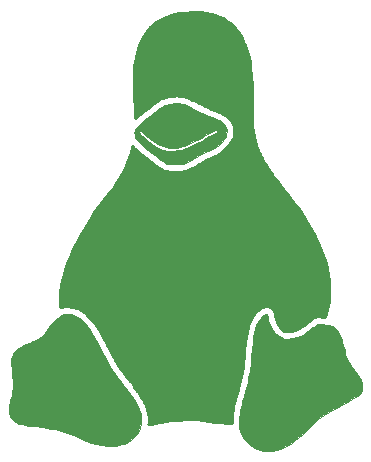
<source format=gbr>
G04 #@! TF.GenerationSoftware,KiCad,Pcbnew,(5.1.5)-3*
G04 #@! TF.CreationDate,2020-04-16T17:00:03+04:00*
G04 #@! TF.ProjectId,drawing,64726177-696e-4672-9e6b-696361645f70,rev?*
G04 #@! TF.SameCoordinates,Original*
G04 #@! TF.FileFunction,Copper,L1,Top*
G04 #@! TF.FilePolarity,Positive*
%FSLAX46Y46*%
G04 Gerber Fmt 4.6, Leading zero omitted, Abs format (unit mm)*
G04 Created by KiCad (PCBNEW (5.1.5)-3) date 2020-04-16 17:00:03*
%MOMM*%
%LPD*%
G04 APERTURE LIST*
%ADD10C,0.010000*%
%ADD11C,0.254000*%
G04 APERTURE END LIST*
D10*
G36*
X108389521Y-75471494D02*
G01*
X108483400Y-75489850D01*
X108721925Y-75548861D01*
X108949325Y-75624312D01*
X109186479Y-75724887D01*
X109454262Y-75859274D01*
X109711067Y-76000636D01*
X109939846Y-76122041D01*
X110215790Y-76256244D01*
X110506190Y-76387959D01*
X110778338Y-76501901D01*
X110811734Y-76515024D01*
X111170078Y-76657373D01*
X111458023Y-76779385D01*
X111685625Y-76887091D01*
X111862941Y-76986518D01*
X112000027Y-77083698D01*
X112106941Y-77184660D01*
X112193738Y-77295433D01*
X112242581Y-77372908D01*
X112314280Y-77517466D01*
X112347613Y-77659285D01*
X112353920Y-77824046D01*
X112329203Y-78056200D01*
X112255291Y-78272493D01*
X112123997Y-78488814D01*
X111927132Y-78721053D01*
X111851765Y-78798507D01*
X111666568Y-78974557D01*
X111491252Y-79116306D01*
X111304061Y-79237530D01*
X111083237Y-79352003D01*
X110807023Y-79473499D01*
X110745436Y-79498944D01*
X110536949Y-79592946D01*
X110293343Y-79715798D01*
X110049829Y-79849210D01*
X109899150Y-79938549D01*
X109513159Y-80168876D01*
X109183773Y-80347113D01*
X108903807Y-80476835D01*
X108666070Y-80561618D01*
X108622649Y-80573578D01*
X108409425Y-80611939D01*
X108153733Y-80631996D01*
X107883234Y-80634031D01*
X107625586Y-80618321D01*
X107408448Y-80585148D01*
X107318681Y-80560386D01*
X107122999Y-80482191D01*
X106933845Y-80381735D01*
X106734032Y-80247885D01*
X106506374Y-80069508D01*
X106330782Y-79920476D01*
X106129728Y-79752425D01*
X105903737Y-79573566D01*
X105685464Y-79409323D01*
X105558955Y-79319540D01*
X105249680Y-79085830D01*
X104984440Y-78841283D01*
X104775330Y-78598338D01*
X104634450Y-78369438D01*
X104633864Y-78368194D01*
X104566163Y-78151693D01*
X104549176Y-77918730D01*
X104554578Y-77882249D01*
X104969734Y-77882249D01*
X104980003Y-77946048D01*
X105017606Y-78016143D01*
X105092729Y-78105008D01*
X105215562Y-78225119D01*
X105349263Y-78346921D01*
X105725343Y-78669421D01*
X106066249Y-78928832D01*
X106383786Y-79132507D01*
X106689758Y-79287794D01*
X106995969Y-79402043D01*
X107086400Y-79428521D01*
X107317559Y-79469766D01*
X107603312Y-79486596D01*
X107917564Y-79480240D01*
X108234222Y-79451929D01*
X108527188Y-79402892D01*
X108721191Y-79351464D01*
X108942084Y-79270415D01*
X109196793Y-79159419D01*
X109492677Y-79014741D01*
X109837094Y-78832644D01*
X110237404Y-78609391D01*
X110636452Y-78379018D01*
X110862163Y-78249401D01*
X111070522Y-78134036D01*
X111247623Y-78040290D01*
X111379555Y-77975532D01*
X111451369Y-77947349D01*
X111540926Y-77911734D01*
X111571913Y-77839599D01*
X111573734Y-77796837D01*
X111557605Y-77702808D01*
X111503251Y-77673285D01*
X111499650Y-77673234D01*
X111398731Y-77696907D01*
X111232855Y-77766274D01*
X111006754Y-77878949D01*
X110725160Y-78032544D01*
X110392806Y-78224672D01*
X110316212Y-78270165D01*
X109834710Y-78548130D01*
X109407657Y-78773771D01*
X109025846Y-78950585D01*
X108680068Y-79082069D01*
X108361115Y-79171723D01*
X108059781Y-79223045D01*
X107766856Y-79239533D01*
X107764655Y-79239534D01*
X107472723Y-79227077D01*
X107199908Y-79186242D01*
X106935901Y-79111830D01*
X106670393Y-78998640D01*
X106393074Y-78841475D01*
X106093636Y-78635135D01*
X105761767Y-78374420D01*
X105387161Y-78054133D01*
X105351272Y-78022450D01*
X105217207Y-77907483D01*
X105104720Y-77817749D01*
X105029949Y-77765795D01*
X105010980Y-77757867D01*
X104981786Y-77794597D01*
X104969734Y-77882249D01*
X104554578Y-77882249D01*
X104581864Y-77698005D01*
X104663192Y-77518215D01*
X104664640Y-77516170D01*
X104727746Y-77447937D01*
X104845457Y-77339267D01*
X105005109Y-77201138D01*
X105194039Y-77044527D01*
X105382859Y-76893533D01*
X105610529Y-76712893D01*
X105842994Y-76525419D01*
X106060888Y-76346935D01*
X106244846Y-76193267D01*
X106343716Y-76108359D01*
X106731074Y-75814638D01*
X107127203Y-75604707D01*
X107534233Y-75477950D01*
X107954296Y-75433751D01*
X108389521Y-75471494D01*
G37*
X108389521Y-75471494D02*
X108483400Y-75489850D01*
X108721925Y-75548861D01*
X108949325Y-75624312D01*
X109186479Y-75724887D01*
X109454262Y-75859274D01*
X109711067Y-76000636D01*
X109939846Y-76122041D01*
X110215790Y-76256244D01*
X110506190Y-76387959D01*
X110778338Y-76501901D01*
X110811734Y-76515024D01*
X111170078Y-76657373D01*
X111458023Y-76779385D01*
X111685625Y-76887091D01*
X111862941Y-76986518D01*
X112000027Y-77083698D01*
X112106941Y-77184660D01*
X112193738Y-77295433D01*
X112242581Y-77372908D01*
X112314280Y-77517466D01*
X112347613Y-77659285D01*
X112353920Y-77824046D01*
X112329203Y-78056200D01*
X112255291Y-78272493D01*
X112123997Y-78488814D01*
X111927132Y-78721053D01*
X111851765Y-78798507D01*
X111666568Y-78974557D01*
X111491252Y-79116306D01*
X111304061Y-79237530D01*
X111083237Y-79352003D01*
X110807023Y-79473499D01*
X110745436Y-79498944D01*
X110536949Y-79592946D01*
X110293343Y-79715798D01*
X110049829Y-79849210D01*
X109899150Y-79938549D01*
X109513159Y-80168876D01*
X109183773Y-80347113D01*
X108903807Y-80476835D01*
X108666070Y-80561618D01*
X108622649Y-80573578D01*
X108409425Y-80611939D01*
X108153733Y-80631996D01*
X107883234Y-80634031D01*
X107625586Y-80618321D01*
X107408448Y-80585148D01*
X107318681Y-80560386D01*
X107122999Y-80482191D01*
X106933845Y-80381735D01*
X106734032Y-80247885D01*
X106506374Y-80069508D01*
X106330782Y-79920476D01*
X106129728Y-79752425D01*
X105903737Y-79573566D01*
X105685464Y-79409323D01*
X105558955Y-79319540D01*
X105249680Y-79085830D01*
X104984440Y-78841283D01*
X104775330Y-78598338D01*
X104634450Y-78369438D01*
X104633864Y-78368194D01*
X104566163Y-78151693D01*
X104549176Y-77918730D01*
X104554578Y-77882249D01*
X104969734Y-77882249D01*
X104980003Y-77946048D01*
X105017606Y-78016143D01*
X105092729Y-78105008D01*
X105215562Y-78225119D01*
X105349263Y-78346921D01*
X105725343Y-78669421D01*
X106066249Y-78928832D01*
X106383786Y-79132507D01*
X106689758Y-79287794D01*
X106995969Y-79402043D01*
X107086400Y-79428521D01*
X107317559Y-79469766D01*
X107603312Y-79486596D01*
X107917564Y-79480240D01*
X108234222Y-79451929D01*
X108527188Y-79402892D01*
X108721191Y-79351464D01*
X108942084Y-79270415D01*
X109196793Y-79159419D01*
X109492677Y-79014741D01*
X109837094Y-78832644D01*
X110237404Y-78609391D01*
X110636452Y-78379018D01*
X110862163Y-78249401D01*
X111070522Y-78134036D01*
X111247623Y-78040290D01*
X111379555Y-77975532D01*
X111451369Y-77947349D01*
X111540926Y-77911734D01*
X111571913Y-77839599D01*
X111573734Y-77796837D01*
X111557605Y-77702808D01*
X111503251Y-77673285D01*
X111499650Y-77673234D01*
X111398731Y-77696907D01*
X111232855Y-77766274D01*
X111006754Y-77878949D01*
X110725160Y-78032544D01*
X110392806Y-78224672D01*
X110316212Y-78270165D01*
X109834710Y-78548130D01*
X109407657Y-78773771D01*
X109025846Y-78950585D01*
X108680068Y-79082069D01*
X108361115Y-79171723D01*
X108059781Y-79223045D01*
X107766856Y-79239533D01*
X107764655Y-79239534D01*
X107472723Y-79227077D01*
X107199908Y-79186242D01*
X106935901Y-79111830D01*
X106670393Y-78998640D01*
X106393074Y-78841475D01*
X106093636Y-78635135D01*
X105761767Y-78374420D01*
X105387161Y-78054133D01*
X105351272Y-78022450D01*
X105217207Y-77907483D01*
X105104720Y-77817749D01*
X105029949Y-77765795D01*
X105010980Y-77757867D01*
X104981786Y-77794597D01*
X104969734Y-77882249D01*
X104554578Y-77882249D01*
X104581864Y-77698005D01*
X104663192Y-77518215D01*
X104664640Y-77516170D01*
X104727746Y-77447937D01*
X104845457Y-77339267D01*
X105005109Y-77201138D01*
X105194039Y-77044527D01*
X105382859Y-76893533D01*
X105610529Y-76712893D01*
X105842994Y-76525419D01*
X106060888Y-76346935D01*
X106244846Y-76193267D01*
X106343716Y-76108359D01*
X106731074Y-75814638D01*
X107127203Y-75604707D01*
X107534233Y-75477950D01*
X107954296Y-75433751D01*
X108389521Y-75471494D01*
G36*
X99161637Y-93301426D02*
G01*
X99458790Y-93391987D01*
X99713591Y-93518028D01*
X99840460Y-93607957D01*
X99999495Y-93740236D01*
X100166499Y-93894037D01*
X100265002Y-93992700D01*
X100428734Y-94170925D01*
X100585471Y-94359473D01*
X100740263Y-94566572D01*
X100898158Y-94800451D01*
X101064204Y-95069337D01*
X101243450Y-95381457D01*
X101440945Y-95745040D01*
X101661737Y-96168313D01*
X101910874Y-96659505D01*
X101953413Y-96744367D01*
X102096557Y-97029080D01*
X102218404Y-97266292D01*
X102327485Y-97469349D01*
X102432334Y-97651599D01*
X102541484Y-97826387D01*
X102663469Y-98007062D01*
X102806821Y-98206969D01*
X102980075Y-98439455D01*
X103191762Y-98717868D01*
X103333764Y-98903367D01*
X103699360Y-99386028D01*
X104012514Y-99812351D01*
X104277285Y-100189053D01*
X104497732Y-100522851D01*
X104677917Y-100820461D01*
X104821898Y-101088602D01*
X104933735Y-101333989D01*
X105017487Y-101563340D01*
X105077215Y-101783372D01*
X105078866Y-101790740D01*
X105128262Y-102166603D01*
X105106038Y-102541479D01*
X105010326Y-102926868D01*
X104839260Y-103334271D01*
X104823002Y-103366700D01*
X104628416Y-103658720D01*
X104361943Y-103914060D01*
X104030127Y-104127936D01*
X103639513Y-104295562D01*
X103487766Y-104343092D01*
X103214668Y-104400959D01*
X102887924Y-104438744D01*
X102536384Y-104455409D01*
X102188900Y-104449916D01*
X101874321Y-104421224D01*
X101773567Y-104404808D01*
X101311124Y-104304668D01*
X100874519Y-104179805D01*
X100433554Y-104020427D01*
X99958026Y-103816740D01*
X99953234Y-103814556D01*
X99620081Y-103663606D01*
X99327620Y-103534623D01*
X99064793Y-103424715D01*
X98820539Y-103330994D01*
X98583801Y-103250567D01*
X98343519Y-103180546D01*
X98088635Y-103118040D01*
X97808089Y-103060159D01*
X97490823Y-103004013D01*
X97125778Y-102946711D01*
X96701894Y-102885363D01*
X96208114Y-102817079D01*
X96058567Y-102796696D01*
X95645222Y-102737889D01*
X95305829Y-102682950D01*
X95029953Y-102628870D01*
X94807159Y-102572640D01*
X94627011Y-102511250D01*
X94479075Y-102441691D01*
X94352916Y-102360954D01*
X94247245Y-102274336D01*
X94098467Y-102109685D01*
X93993932Y-101918959D01*
X93933228Y-101694403D01*
X93915942Y-101428262D01*
X93941663Y-101112779D01*
X94009978Y-100740201D01*
X94120477Y-100302771D01*
X94139018Y-100236867D01*
X94211386Y-99933534D01*
X94253833Y-99626872D01*
X94266936Y-99298545D01*
X94251270Y-98930218D01*
X94207412Y-98503555D01*
X94196223Y-98416534D01*
X94167061Y-98156323D01*
X94143414Y-97871228D01*
X94128214Y-97601076D01*
X94124144Y-97437484D01*
X94124605Y-97232931D01*
X94131592Y-97088343D01*
X94149869Y-96979037D01*
X94184196Y-96880330D01*
X94239337Y-96767539D01*
X94261456Y-96725751D01*
X94383181Y-96524989D01*
X94521814Y-96358490D01*
X94691895Y-96215105D01*
X94907962Y-96083689D01*
X95184554Y-95953092D01*
X95367564Y-95877648D01*
X95710951Y-95738574D01*
X95991092Y-95616217D01*
X96222630Y-95499563D01*
X96420211Y-95377598D01*
X96598478Y-95239306D01*
X96772076Y-95073674D01*
X96955649Y-94869687D01*
X97163842Y-94616331D01*
X97339007Y-94394867D01*
X97595916Y-94080464D01*
X97837009Y-93810909D01*
X98054976Y-93593604D01*
X98242507Y-93435947D01*
X98361143Y-93360074D01*
X98593811Y-93283250D01*
X98866976Y-93264441D01*
X99161637Y-93301426D01*
G37*
X99161637Y-93301426D02*
X99458790Y-93391987D01*
X99713591Y-93518028D01*
X99840460Y-93607957D01*
X99999495Y-93740236D01*
X100166499Y-93894037D01*
X100265002Y-93992700D01*
X100428734Y-94170925D01*
X100585471Y-94359473D01*
X100740263Y-94566572D01*
X100898158Y-94800451D01*
X101064204Y-95069337D01*
X101243450Y-95381457D01*
X101440945Y-95745040D01*
X101661737Y-96168313D01*
X101910874Y-96659505D01*
X101953413Y-96744367D01*
X102096557Y-97029080D01*
X102218404Y-97266292D01*
X102327485Y-97469349D01*
X102432334Y-97651599D01*
X102541484Y-97826387D01*
X102663469Y-98007062D01*
X102806821Y-98206969D01*
X102980075Y-98439455D01*
X103191762Y-98717868D01*
X103333764Y-98903367D01*
X103699360Y-99386028D01*
X104012514Y-99812351D01*
X104277285Y-100189053D01*
X104497732Y-100522851D01*
X104677917Y-100820461D01*
X104821898Y-101088602D01*
X104933735Y-101333989D01*
X105017487Y-101563340D01*
X105077215Y-101783372D01*
X105078866Y-101790740D01*
X105128262Y-102166603D01*
X105106038Y-102541479D01*
X105010326Y-102926868D01*
X104839260Y-103334271D01*
X104823002Y-103366700D01*
X104628416Y-103658720D01*
X104361943Y-103914060D01*
X104030127Y-104127936D01*
X103639513Y-104295562D01*
X103487766Y-104343092D01*
X103214668Y-104400959D01*
X102887924Y-104438744D01*
X102536384Y-104455409D01*
X102188900Y-104449916D01*
X101874321Y-104421224D01*
X101773567Y-104404808D01*
X101311124Y-104304668D01*
X100874519Y-104179805D01*
X100433554Y-104020427D01*
X99958026Y-103816740D01*
X99953234Y-103814556D01*
X99620081Y-103663606D01*
X99327620Y-103534623D01*
X99064793Y-103424715D01*
X98820539Y-103330994D01*
X98583801Y-103250567D01*
X98343519Y-103180546D01*
X98088635Y-103118040D01*
X97808089Y-103060159D01*
X97490823Y-103004013D01*
X97125778Y-102946711D01*
X96701894Y-102885363D01*
X96208114Y-102817079D01*
X96058567Y-102796696D01*
X95645222Y-102737889D01*
X95305829Y-102682950D01*
X95029953Y-102628870D01*
X94807159Y-102572640D01*
X94627011Y-102511250D01*
X94479075Y-102441691D01*
X94352916Y-102360954D01*
X94247245Y-102274336D01*
X94098467Y-102109685D01*
X93993932Y-101918959D01*
X93933228Y-101694403D01*
X93915942Y-101428262D01*
X93941663Y-101112779D01*
X94009978Y-100740201D01*
X94120477Y-100302771D01*
X94139018Y-100236867D01*
X94211386Y-99933534D01*
X94253833Y-99626872D01*
X94266936Y-99298545D01*
X94251270Y-98930218D01*
X94207412Y-98503555D01*
X94196223Y-98416534D01*
X94167061Y-98156323D01*
X94143414Y-97871228D01*
X94128214Y-97601076D01*
X94124144Y-97437484D01*
X94124605Y-97232931D01*
X94131592Y-97088343D01*
X94149869Y-96979037D01*
X94184196Y-96880330D01*
X94239337Y-96767539D01*
X94261456Y-96725751D01*
X94383181Y-96524989D01*
X94521814Y-96358490D01*
X94691895Y-96215105D01*
X94907962Y-96083689D01*
X95184554Y-95953092D01*
X95367564Y-95877648D01*
X95710951Y-95738574D01*
X95991092Y-95616217D01*
X96222630Y-95499563D01*
X96420211Y-95377598D01*
X96598478Y-95239306D01*
X96772076Y-95073674D01*
X96955649Y-94869687D01*
X97163842Y-94616331D01*
X97339007Y-94394867D01*
X97595916Y-94080464D01*
X97837009Y-93810909D01*
X98054976Y-93593604D01*
X98242507Y-93435947D01*
X98361143Y-93360074D01*
X98593811Y-93283250D01*
X98866976Y-93264441D01*
X99161637Y-93301426D01*
G36*
X115744641Y-93267588D02*
G01*
X115790483Y-93323303D01*
X115807067Y-93410139D01*
X115818304Y-93509256D01*
X115847867Y-93658319D01*
X115889533Y-93826245D01*
X115892649Y-93837570D01*
X116043464Y-94269278D01*
X116238420Y-94640536D01*
X116473889Y-94946229D01*
X116746244Y-95181243D01*
X116916755Y-95281692D01*
X117083694Y-95356556D01*
X117229491Y-95395774D01*
X117398492Y-95409549D01*
X117475412Y-95410241D01*
X117920040Y-95367697D01*
X118370211Y-95243408D01*
X118820934Y-95039642D01*
X119267219Y-94758664D01*
X119704075Y-94402738D01*
X119713139Y-94394451D01*
X119997303Y-94134066D01*
X120527324Y-94175063D01*
X120772186Y-94196863D01*
X120954068Y-94221316D01*
X121094641Y-94252806D01*
X121215574Y-94295719D01*
X121288201Y-94329007D01*
X121473632Y-94438037D01*
X121633948Y-94575889D01*
X121774450Y-94751898D01*
X121900441Y-94975401D01*
X122017222Y-95255734D01*
X122130095Y-95602234D01*
X122239126Y-96003534D01*
X122331868Y-96362267D01*
X122413348Y-96654387D01*
X122490817Y-96895898D01*
X122571527Y-97102804D01*
X122662728Y-97291108D01*
X122771673Y-97476816D01*
X122905612Y-97675931D01*
X123071797Y-97904458D01*
X123144494Y-98001784D01*
X123297573Y-98212585D01*
X123444151Y-98426447D01*
X123570687Y-98622789D01*
X123663645Y-98781032D01*
X123687537Y-98827284D01*
X123764303Y-98998726D01*
X123806947Y-99141152D01*
X123825039Y-99296196D01*
X123828238Y-99439306D01*
X123825375Y-99613139D01*
X123810503Y-99732328D01*
X123776140Y-99826775D01*
X123714803Y-99926381D01*
X123701622Y-99945313D01*
X123626422Y-100038106D01*
X123525905Y-100134582D01*
X123392820Y-100239408D01*
X123219914Y-100357250D01*
X122999937Y-100492776D01*
X122725639Y-100650651D01*
X122389767Y-100835543D01*
X121985070Y-101052118D01*
X121966785Y-101061804D01*
X121444559Y-101343035D01*
X121000020Y-101592526D01*
X120632522Y-101810665D01*
X120341417Y-101997836D01*
X120126057Y-102154425D01*
X120103900Y-102172302D01*
X120040421Y-102229286D01*
X119926202Y-102336949D01*
X119770566Y-102486294D01*
X119582836Y-102668326D01*
X119372332Y-102874049D01*
X119151400Y-103091481D01*
X118782384Y-103449132D01*
X118456759Y-103748517D01*
X118164329Y-103996922D01*
X117894899Y-104201636D01*
X117638276Y-104369943D01*
X117384265Y-104509131D01*
X117122669Y-104626486D01*
X116874856Y-104718594D01*
X116543215Y-104807991D01*
X116178715Y-104865467D01*
X115808921Y-104889145D01*
X115461396Y-104877152D01*
X115186794Y-104833428D01*
X114884505Y-104736204D01*
X114608048Y-104592627D01*
X114337269Y-104390578D01*
X114130938Y-104198531D01*
X113851695Y-103886431D01*
X113645042Y-103573808D01*
X113505238Y-103245111D01*
X113426540Y-102884788D01*
X113403209Y-102477286D01*
X113410697Y-102247700D01*
X113423487Y-102064273D01*
X113441736Y-101884729D01*
X113467632Y-101698575D01*
X113503365Y-101495316D01*
X113551124Y-101264461D01*
X113613098Y-100995515D01*
X113691475Y-100677984D01*
X113788446Y-100301376D01*
X113906199Y-99855196D01*
X113922926Y-99792367D01*
X114034138Y-99371015D01*
X114124882Y-99015106D01*
X114198021Y-98708695D01*
X114256418Y-98435837D01*
X114302933Y-98180585D01*
X114340430Y-97926994D01*
X114371769Y-97659118D01*
X114399815Y-97361012D01*
X114427427Y-97016730D01*
X114432016Y-96956034D01*
X114484455Y-96334058D01*
X114543215Y-95789651D01*
X114609970Y-95315841D01*
X114686400Y-94905659D01*
X114774180Y-94552131D01*
X114874988Y-94248289D01*
X114990501Y-93987161D01*
X115122395Y-93761775D01*
X115237940Y-93606040D01*
X115367870Y-93468509D01*
X115505069Y-93357386D01*
X115631105Y-93284981D01*
X115727547Y-93263605D01*
X115744641Y-93267588D01*
G37*
X115744641Y-93267588D02*
X115790483Y-93323303D01*
X115807067Y-93410139D01*
X115818304Y-93509256D01*
X115847867Y-93658319D01*
X115889533Y-93826245D01*
X115892649Y-93837570D01*
X116043464Y-94269278D01*
X116238420Y-94640536D01*
X116473889Y-94946229D01*
X116746244Y-95181243D01*
X116916755Y-95281692D01*
X117083694Y-95356556D01*
X117229491Y-95395774D01*
X117398492Y-95409549D01*
X117475412Y-95410241D01*
X117920040Y-95367697D01*
X118370211Y-95243408D01*
X118820934Y-95039642D01*
X119267219Y-94758664D01*
X119704075Y-94402738D01*
X119713139Y-94394451D01*
X119997303Y-94134066D01*
X120527324Y-94175063D01*
X120772186Y-94196863D01*
X120954068Y-94221316D01*
X121094641Y-94252806D01*
X121215574Y-94295719D01*
X121288201Y-94329007D01*
X121473632Y-94438037D01*
X121633948Y-94575889D01*
X121774450Y-94751898D01*
X121900441Y-94975401D01*
X122017222Y-95255734D01*
X122130095Y-95602234D01*
X122239126Y-96003534D01*
X122331868Y-96362267D01*
X122413348Y-96654387D01*
X122490817Y-96895898D01*
X122571527Y-97102804D01*
X122662728Y-97291108D01*
X122771673Y-97476816D01*
X122905612Y-97675931D01*
X123071797Y-97904458D01*
X123144494Y-98001784D01*
X123297573Y-98212585D01*
X123444151Y-98426447D01*
X123570687Y-98622789D01*
X123663645Y-98781032D01*
X123687537Y-98827284D01*
X123764303Y-98998726D01*
X123806947Y-99141152D01*
X123825039Y-99296196D01*
X123828238Y-99439306D01*
X123825375Y-99613139D01*
X123810503Y-99732328D01*
X123776140Y-99826775D01*
X123714803Y-99926381D01*
X123701622Y-99945313D01*
X123626422Y-100038106D01*
X123525905Y-100134582D01*
X123392820Y-100239408D01*
X123219914Y-100357250D01*
X122999937Y-100492776D01*
X122725639Y-100650651D01*
X122389767Y-100835543D01*
X121985070Y-101052118D01*
X121966785Y-101061804D01*
X121444559Y-101343035D01*
X121000020Y-101592526D01*
X120632522Y-101810665D01*
X120341417Y-101997836D01*
X120126057Y-102154425D01*
X120103900Y-102172302D01*
X120040421Y-102229286D01*
X119926202Y-102336949D01*
X119770566Y-102486294D01*
X119582836Y-102668326D01*
X119372332Y-102874049D01*
X119151400Y-103091481D01*
X118782384Y-103449132D01*
X118456759Y-103748517D01*
X118164329Y-103996922D01*
X117894899Y-104201636D01*
X117638276Y-104369943D01*
X117384265Y-104509131D01*
X117122669Y-104626486D01*
X116874856Y-104718594D01*
X116543215Y-104807991D01*
X116178715Y-104865467D01*
X115808921Y-104889145D01*
X115461396Y-104877152D01*
X115186794Y-104833428D01*
X114884505Y-104736204D01*
X114608048Y-104592627D01*
X114337269Y-104390578D01*
X114130938Y-104198531D01*
X113851695Y-103886431D01*
X113645042Y-103573808D01*
X113505238Y-103245111D01*
X113426540Y-102884788D01*
X113403209Y-102477286D01*
X113410697Y-102247700D01*
X113423487Y-102064273D01*
X113441736Y-101884729D01*
X113467632Y-101698575D01*
X113503365Y-101495316D01*
X113551124Y-101264461D01*
X113613098Y-100995515D01*
X113691475Y-100677984D01*
X113788446Y-100301376D01*
X113906199Y-99855196D01*
X113922926Y-99792367D01*
X114034138Y-99371015D01*
X114124882Y-99015106D01*
X114198021Y-98708695D01*
X114256418Y-98435837D01*
X114302933Y-98180585D01*
X114340430Y-97926994D01*
X114371769Y-97659118D01*
X114399815Y-97361012D01*
X114427427Y-97016730D01*
X114432016Y-96956034D01*
X114484455Y-96334058D01*
X114543215Y-95789651D01*
X114609970Y-95315841D01*
X114686400Y-94905659D01*
X114774180Y-94552131D01*
X114874988Y-94248289D01*
X114990501Y-93987161D01*
X115122395Y-93761775D01*
X115237940Y-93606040D01*
X115367870Y-93468509D01*
X115505069Y-93357386D01*
X115631105Y-93284981D01*
X115727547Y-93263605D01*
X115744641Y-93267588D01*
D11*
G36*
X110144695Y-67759982D02*
G01*
X110594522Y-67809175D01*
X111007040Y-67887564D01*
X111384417Y-67992752D01*
X111729142Y-68122604D01*
X112043972Y-68275387D01*
X112331704Y-68449834D01*
X112594965Y-68645109D01*
X112836114Y-68860765D01*
X113057027Y-69096495D01*
X113259102Y-69351947D01*
X113443381Y-69626628D01*
X113610608Y-69919769D01*
X113761377Y-70230322D01*
X113896220Y-70556988D01*
X114015680Y-70898248D01*
X114120367Y-71252444D01*
X114210968Y-71617845D01*
X114288233Y-71992595D01*
X114352202Y-72370149D01*
X114448658Y-73155621D01*
X114505879Y-73942950D01*
X114533048Y-74723610D01*
X114539013Y-75482881D01*
X114524315Y-76865639D01*
X114523440Y-76877340D01*
X114523957Y-76899280D01*
X114523724Y-76921203D01*
X114524749Y-76932880D01*
X114533773Y-77315815D01*
X114533646Y-77339548D01*
X114534564Y-77349413D01*
X114534798Y-77359323D01*
X114537682Y-77382897D01*
X114572971Y-77761912D01*
X114574476Y-77785526D01*
X114576090Y-77795413D01*
X114577017Y-77805368D01*
X114581502Y-77828564D01*
X114640914Y-78192479D01*
X114643940Y-78215420D01*
X114646334Y-78225674D01*
X114648028Y-78236053D01*
X114653971Y-78258394D01*
X114735503Y-78607676D01*
X114739825Y-78629450D01*
X114743140Y-78640394D01*
X114745743Y-78651545D01*
X114752891Y-78672584D01*
X114854419Y-79007760D01*
X114859740Y-79028006D01*
X114864165Y-79039937D01*
X114867854Y-79052114D01*
X114875856Y-79071455D01*
X114995237Y-79393300D01*
X115001203Y-79411704D01*
X115006919Y-79424797D01*
X115011897Y-79438216D01*
X115020384Y-79455635D01*
X115155444Y-79764970D01*
X115161705Y-79781369D01*
X115168892Y-79795771D01*
X115175338Y-79810534D01*
X115183911Y-79825866D01*
X115332558Y-80123731D01*
X115338782Y-80138041D01*
X115347570Y-80153810D01*
X115355632Y-80169966D01*
X115363937Y-80183182D01*
X115524160Y-80470701D01*
X115530056Y-80482913D01*
X115540521Y-80500061D01*
X115550308Y-80517623D01*
X115558044Y-80528772D01*
X115730366Y-80811129D01*
X115738091Y-80825371D01*
X115747896Y-80839852D01*
X115756991Y-80854755D01*
X115766731Y-80867671D01*
X116162274Y-81451866D01*
X116169812Y-81464449D01*
X116181131Y-81479717D01*
X116191779Y-81495444D01*
X116201148Y-81506719D01*
X116620769Y-82072753D01*
X116624270Y-82078350D01*
X116640789Y-82099759D01*
X116656908Y-82121502D01*
X116661345Y-82126399D01*
X117092995Y-82685822D01*
X117097398Y-82692508D01*
X117113539Y-82712447D01*
X117129211Y-82732758D01*
X117134700Y-82738587D01*
X117545257Y-83245748D01*
X117986906Y-83819154D01*
X118436498Y-84439868D01*
X118882858Y-85103620D01*
X119314888Y-85806073D01*
X119721506Y-86542665D01*
X120094294Y-87313892D01*
X120260552Y-87701991D01*
X120414193Y-88096375D01*
X120636636Y-88759102D01*
X120814228Y-89429353D01*
X120944266Y-90115173D01*
X120987908Y-90450799D01*
X121018287Y-90794167D01*
X121033964Y-91138706D01*
X121034324Y-91484251D01*
X121018745Y-91830651D01*
X120986593Y-92177805D01*
X120937202Y-92525689D01*
X120869889Y-92874206D01*
X120783927Y-93223359D01*
X120686513Y-93546704D01*
X120584079Y-93537584D01*
X120583983Y-93537585D01*
X120576680Y-93536969D01*
X120046659Y-93495972D01*
X120039250Y-93496124D01*
X120031917Y-93495002D01*
X119976837Y-93497407D01*
X119921780Y-93498538D01*
X119914542Y-93500126D01*
X119907130Y-93500450D01*
X119853564Y-93513508D01*
X119799777Y-93525311D01*
X119792986Y-93528275D01*
X119785777Y-93530032D01*
X119735804Y-93553229D01*
X119685297Y-93575270D01*
X119679201Y-93579503D01*
X119672482Y-93582622D01*
X119627977Y-93615075D01*
X119582702Y-93646515D01*
X119577550Y-93651845D01*
X119571558Y-93656215D01*
X119564928Y-93662206D01*
X119285599Y-93918161D01*
X118893216Y-94237853D01*
X118517187Y-94474599D01*
X118151916Y-94639733D01*
X117803514Y-94735924D01*
X117447736Y-94769966D01*
X117427411Y-94769783D01*
X117339509Y-94762619D01*
X117299115Y-94751753D01*
X117211019Y-94712246D01*
X117120735Y-94659059D01*
X116941233Y-94504168D01*
X116779272Y-94293906D01*
X116632069Y-94013584D01*
X116505594Y-93651551D01*
X116472687Y-93518927D01*
X116451240Y-93410785D01*
X116442993Y-93338043D01*
X116438847Y-93318652D01*
X116437321Y-93298870D01*
X116435705Y-93290081D01*
X116419121Y-93203245D01*
X116410538Y-93174106D01*
X116404923Y-93144240D01*
X116392931Y-93114331D01*
X116383829Y-93083429D01*
X116369748Y-93056508D01*
X116358440Y-93028305D01*
X116340869Y-93001296D01*
X116325937Y-92972749D01*
X116306898Y-92949079D01*
X116290326Y-92923606D01*
X116284696Y-92916667D01*
X116238855Y-92860952D01*
X116226824Y-92848941D01*
X116216621Y-92835344D01*
X116182704Y-92804895D01*
X116150459Y-92772703D01*
X116136330Y-92763261D01*
X116123676Y-92751901D01*
X116084492Y-92728621D01*
X116046607Y-92703304D01*
X116030905Y-92696783D01*
X116016292Y-92688101D01*
X115973348Y-92672880D01*
X115967687Y-92670529D01*
X115966287Y-92669800D01*
X115965086Y-92669449D01*
X115931253Y-92655398D01*
X115914583Y-92652051D01*
X115898563Y-92646373D01*
X115889874Y-92644284D01*
X115872780Y-92640301D01*
X115859378Y-92638533D01*
X115846403Y-92634738D01*
X115813891Y-92631835D01*
X115808790Y-92630811D01*
X115802225Y-92630794D01*
X115797566Y-92630378D01*
X115748947Y-92623963D01*
X115735453Y-92624832D01*
X115721992Y-92623630D01*
X115673231Y-92628838D01*
X115624299Y-92631989D01*
X115611240Y-92635460D01*
X115597793Y-92636896D01*
X115589055Y-92638769D01*
X115492613Y-92660145D01*
X115464022Y-92669489D01*
X115434647Y-92675881D01*
X115404815Y-92688837D01*
X115373886Y-92698945D01*
X115347661Y-92713660D01*
X115320080Y-92725639D01*
X115312301Y-92730036D01*
X115186265Y-92802441D01*
X115148413Y-92829417D01*
X115109240Y-92854474D01*
X115102257Y-92860050D01*
X114965058Y-92971174D01*
X114937930Y-92997931D01*
X114908830Y-93022546D01*
X114902649Y-93028999D01*
X114772718Y-93166530D01*
X114752184Y-93193029D01*
X114729331Y-93217559D01*
X114723957Y-93224698D01*
X114608412Y-93380434D01*
X114592775Y-93406486D01*
X114574590Y-93430851D01*
X114570024Y-93438532D01*
X114438130Y-93663918D01*
X114424862Y-93692716D01*
X114408882Y-93720104D01*
X114405210Y-93728251D01*
X114289697Y-93989379D01*
X114281448Y-94014375D01*
X114270420Y-94038292D01*
X114267548Y-94046754D01*
X114166740Y-94350596D01*
X114162281Y-94370296D01*
X114155254Y-94389246D01*
X114153041Y-94397904D01*
X114065261Y-94751432D01*
X114063157Y-94765777D01*
X114058927Y-94779651D01*
X114057229Y-94788424D01*
X113980799Y-95198606D01*
X113979959Y-95208294D01*
X113977537Y-95217714D01*
X113976229Y-95226554D01*
X113909474Y-95700363D01*
X113909223Y-95706293D01*
X113907931Y-95712094D01*
X113906911Y-95720972D01*
X113848151Y-96265379D01*
X113848121Y-96268410D01*
X113847530Y-96271391D01*
X113846718Y-96280290D01*
X113794279Y-96902266D01*
X113794281Y-96902412D01*
X113793837Y-96907784D01*
X113789358Y-96967020D01*
X113762211Y-97305508D01*
X113735265Y-97591925D01*
X113705891Y-97843004D01*
X113671385Y-98076365D01*
X113628542Y-98311466D01*
X113573766Y-98567406D01*
X113503500Y-98861779D01*
X113414635Y-99210319D01*
X113304289Y-99628389D01*
X113287742Y-99690544D01*
X113287729Y-99690621D01*
X113287387Y-99691883D01*
X113169634Y-100138063D01*
X113169610Y-100138212D01*
X113168662Y-100141791D01*
X113071691Y-100518399D01*
X113071673Y-100518517D01*
X113070123Y-100524614D01*
X112991746Y-100842145D01*
X112991674Y-100842641D01*
X112991509Y-100843110D01*
X112989442Y-100851804D01*
X112927468Y-101120750D01*
X112927117Y-101123460D01*
X112926266Y-101126066D01*
X112924395Y-101134804D01*
X112876636Y-101365659D01*
X112876090Y-101370776D01*
X112874640Y-101375713D01*
X112873031Y-101384503D01*
X112837298Y-101587762D01*
X112836763Y-101594756D01*
X112835029Y-101601551D01*
X112833736Y-101610393D01*
X112807840Y-101796547D01*
X112807541Y-101803918D01*
X112805982Y-101811128D01*
X112805016Y-101820012D01*
X112786767Y-101999556D01*
X112786747Y-102005250D01*
X112785721Y-102010845D01*
X112785037Y-102019756D01*
X112772247Y-102203182D01*
X112772455Y-102210579D01*
X112771390Y-102217908D01*
X112771037Y-102226837D01*
X112763549Y-102456423D01*
X112765131Y-102480672D01*
X112764471Y-102492758D01*
X112372494Y-102498641D01*
X111854914Y-102469178D01*
X111343773Y-102413319D01*
X110868455Y-102346804D01*
X110867043Y-102346469D01*
X110834943Y-102342115D01*
X110803232Y-102337677D01*
X110801798Y-102337618D01*
X109878272Y-102212339D01*
X109856567Y-102208641D01*
X109844953Y-102207820D01*
X109833419Y-102206255D01*
X109811422Y-102205448D01*
X109377063Y-102174730D01*
X109345895Y-102172327D01*
X109343735Y-102172373D01*
X109341559Y-102172219D01*
X109310083Y-102173087D01*
X108902161Y-102181749D01*
X108881555Y-102181403D01*
X108868556Y-102182463D01*
X108855513Y-102182740D01*
X108835047Y-102185196D01*
X108288079Y-102229800D01*
X108272180Y-102230270D01*
X108254562Y-102232533D01*
X108236866Y-102233976D01*
X108221222Y-102236815D01*
X107729057Y-102300031D01*
X107712693Y-102301301D01*
X107695702Y-102304316D01*
X107678595Y-102306513D01*
X107662607Y-102310188D01*
X106784254Y-102466034D01*
X106781350Y-102466284D01*
X106751058Y-102471924D01*
X106720854Y-102477283D01*
X106718060Y-102478068D01*
X105971433Y-102617078D01*
X105734171Y-102648019D01*
X105735066Y-102641918D01*
X105744326Y-102588271D01*
X105744916Y-102579354D01*
X105767140Y-102204478D01*
X105764976Y-102148324D01*
X105763909Y-102092079D01*
X105762806Y-102083211D01*
X105713410Y-101707348D01*
X105707910Y-101683687D01*
X105705273Y-101659534D01*
X105703380Y-101650801D01*
X105701728Y-101643433D01*
X105698650Y-101634088D01*
X105697145Y-101624351D01*
X105694864Y-101615711D01*
X105635135Y-101395678D01*
X105627048Y-101374374D01*
X105621665Y-101352225D01*
X105618658Y-101343810D01*
X105534906Y-101114460D01*
X105526085Y-101096099D01*
X105519753Y-101076727D01*
X105516103Y-101068570D01*
X105404266Y-100823183D01*
X105396032Y-100808979D01*
X105389925Y-100793737D01*
X105385753Y-100785835D01*
X105241772Y-100517694D01*
X105235039Y-100507649D01*
X105229969Y-100496673D01*
X105225394Y-100488997D01*
X105045209Y-100191386D01*
X105040344Y-100184881D01*
X105036651Y-100177646D01*
X105031779Y-100170155D01*
X104811332Y-99836358D01*
X104808293Y-99832611D01*
X104805975Y-99828377D01*
X104800887Y-99821030D01*
X104536116Y-99444329D01*
X104534668Y-99442646D01*
X104533555Y-99440710D01*
X104528315Y-99433471D01*
X104215161Y-99007149D01*
X104215000Y-99006969D01*
X104214874Y-99006757D01*
X104209527Y-98999597D01*
X103843932Y-98516936D01*
X103843834Y-98516830D01*
X103841955Y-98514340D01*
X103700586Y-98329668D01*
X103491358Y-98054489D01*
X103323522Y-97829273D01*
X103188817Y-97641424D01*
X103078294Y-97477725D01*
X102981305Y-97322411D01*
X102886876Y-97158272D01*
X102784984Y-96968597D01*
X102667110Y-96739120D01*
X102525555Y-96457568D01*
X102483016Y-96372706D01*
X102482942Y-96372588D01*
X102481652Y-96370001D01*
X102232515Y-95878809D01*
X102232460Y-95878722D01*
X102229176Y-95872319D01*
X102008385Y-95449046D01*
X102007886Y-95448281D01*
X102007543Y-95447438D01*
X102003332Y-95439556D01*
X101805837Y-95075973D01*
X101804085Y-95073386D01*
X101802838Y-95070514D01*
X101798441Y-95062734D01*
X101619195Y-94750614D01*
X101615852Y-94745921D01*
X101613385Y-94740702D01*
X101608743Y-94733067D01*
X101442696Y-94464180D01*
X101437513Y-94457376D01*
X101433542Y-94449787D01*
X101428593Y-94442347D01*
X101270698Y-94208468D01*
X101263725Y-94200047D01*
X101258195Y-94190611D01*
X101252895Y-94183416D01*
X101098103Y-93976317D01*
X101089946Y-93967376D01*
X101083293Y-93957262D01*
X101077628Y-93950350D01*
X100920891Y-93761802D01*
X100912775Y-93753781D01*
X100906039Y-93744568D01*
X100900039Y-93737945D01*
X100736307Y-93559721D01*
X100729712Y-93553819D01*
X100724187Y-93546886D01*
X100717917Y-93540519D01*
X100619414Y-93441856D01*
X100612478Y-93436149D01*
X100606586Y-93429361D01*
X100600055Y-93423262D01*
X100433051Y-93269461D01*
X100423701Y-93262404D01*
X100415586Y-93253956D01*
X100408756Y-93248194D01*
X100249721Y-93115915D01*
X100232949Y-93104537D01*
X100217820Y-93091043D01*
X100210565Y-93085825D01*
X100083696Y-92995896D01*
X100043908Y-92973174D01*
X100005339Y-92948393D01*
X99997357Y-92944376D01*
X99742555Y-92818335D01*
X99697819Y-92801413D01*
X99653895Y-92782451D01*
X99645365Y-92779786D01*
X99348213Y-92689225D01*
X99299004Y-92679348D01*
X99250201Y-92667583D01*
X99241342Y-92666409D01*
X98946682Y-92629424D01*
X98889304Y-92627867D01*
X98831932Y-92625401D01*
X98823013Y-92625953D01*
X98549847Y-92644762D01*
X98536954Y-92646928D01*
X98523885Y-92647082D01*
X98475469Y-92657260D01*
X98426668Y-92665461D01*
X98414443Y-92670090D01*
X98401652Y-92672779D01*
X98393147Y-92675522D01*
X98223183Y-92731642D01*
X98222839Y-92728494D01*
X98206550Y-92283290D01*
X98220517Y-91829994D01*
X98263434Y-91369648D01*
X98333925Y-90903446D01*
X98430505Y-90432754D01*
X98551603Y-89958939D01*
X98695444Y-89483793D01*
X98871095Y-88979332D01*
X99068191Y-88476607D01*
X99284703Y-87976867D01*
X99518398Y-87481786D01*
X99767050Y-86992906D01*
X100026476Y-86515311D01*
X100580169Y-85578883D01*
X101154384Y-84696020D01*
X101732799Y-83874597D01*
X102296645Y-83126290D01*
X102791521Y-82507150D01*
X102792755Y-82506100D01*
X102833501Y-82454629D01*
X102853633Y-82429441D01*
X102854518Y-82428079D01*
X102855520Y-82426813D01*
X102872866Y-82399837D01*
X102908723Y-82344642D01*
X102909325Y-82343134D01*
X103272005Y-81779083D01*
X103285239Y-81759793D01*
X103290173Y-81750829D01*
X103295715Y-81742209D01*
X103306394Y-81721355D01*
X103630709Y-81132077D01*
X103643643Y-81109805D01*
X103646920Y-81102621D01*
X103650723Y-81095711D01*
X103660861Y-81072059D01*
X103924219Y-80494715D01*
X103935857Y-80470465D01*
X103938143Y-80464189D01*
X103940925Y-80458090D01*
X103949663Y-80432561D01*
X104157732Y-79861313D01*
X104167333Y-79836548D01*
X104169222Y-79829766D01*
X104171636Y-79823139D01*
X104178249Y-79797360D01*
X104337160Y-79226890D01*
X104344380Y-79203392D01*
X104346179Y-79194513D01*
X104348611Y-79185783D01*
X104352857Y-79161558D01*
X104364829Y-79102473D01*
X104499376Y-79258791D01*
X104522836Y-79281194D01*
X104544091Y-79305711D01*
X104550619Y-79311813D01*
X104815859Y-79556361D01*
X104837264Y-79572535D01*
X104856737Y-79591000D01*
X104863829Y-79596437D01*
X105173105Y-79830147D01*
X105177472Y-79832821D01*
X105181299Y-79836238D01*
X105188550Y-79841460D01*
X105307772Y-79926071D01*
X105512669Y-80080248D01*
X105725850Y-80248969D01*
X105918496Y-80409992D01*
X106092236Y-80557452D01*
X106098879Y-80562055D01*
X106104653Y-80567726D01*
X106111649Y-80573286D01*
X106339307Y-80751663D01*
X106355657Y-80762071D01*
X106370454Y-80774583D01*
X106377843Y-80779608D01*
X106577656Y-80913458D01*
X106602509Y-80926793D01*
X106625797Y-80942723D01*
X106633660Y-80946969D01*
X106822814Y-81047425D01*
X106850681Y-81058895D01*
X106877238Y-81073124D01*
X106885513Y-81076498D01*
X107081195Y-81154692D01*
X107111034Y-81163351D01*
X107139897Y-81174908D01*
X107148495Y-81177344D01*
X107238262Y-81202106D01*
X107270943Y-81207763D01*
X107302970Y-81216397D01*
X107311794Y-81217807D01*
X107528932Y-81250980D01*
X107553484Y-81252304D01*
X107577719Y-81256529D01*
X107586635Y-81257135D01*
X107844283Y-81272845D01*
X107861740Y-81272202D01*
X107879112Y-81274018D01*
X107888049Y-81274013D01*
X108158548Y-81271978D01*
X108176661Y-81270064D01*
X108194869Y-81270673D01*
X108203782Y-81270036D01*
X108459474Y-81249979D01*
X108486520Y-81245168D01*
X108513942Y-81243348D01*
X108522748Y-81241826D01*
X108735971Y-81203465D01*
X108759652Y-81196764D01*
X108783971Y-81192913D01*
X108792603Y-81190600D01*
X108836024Y-81178640D01*
X108853933Y-81171765D01*
X108872611Y-81167375D01*
X108881049Y-81164432D01*
X109118786Y-81079648D01*
X109141210Y-81069083D01*
X109164737Y-81061229D01*
X109172871Y-81057528D01*
X109452837Y-80927806D01*
X109466148Y-80919978D01*
X109480467Y-80914187D01*
X109488356Y-80909989D01*
X109817742Y-80731752D01*
X109825203Y-80726716D01*
X109833403Y-80722992D01*
X109841108Y-80718466D01*
X110226216Y-80488666D01*
X110366885Y-80405262D01*
X110591257Y-80282337D01*
X110812711Y-80170657D01*
X110999219Y-80086564D01*
X111051406Y-80065003D01*
X111053852Y-80063700D01*
X111056503Y-80062872D01*
X111064708Y-80059330D01*
X111340922Y-79937834D01*
X111354873Y-79929991D01*
X111369821Y-79924253D01*
X111377783Y-79920196D01*
X111598606Y-79805723D01*
X111620764Y-79791333D01*
X111644411Y-79779529D01*
X111651945Y-79774723D01*
X111839136Y-79653499D01*
X111862005Y-79635291D01*
X111886653Y-79619554D01*
X111893641Y-79613983D01*
X112068958Y-79472234D01*
X112084080Y-79457344D01*
X112100997Y-79444527D01*
X112107516Y-79438415D01*
X112292713Y-79262366D01*
X112297964Y-79256294D01*
X112304175Y-79251195D01*
X112310451Y-79244833D01*
X112385818Y-79167379D01*
X112396754Y-79153688D01*
X112409505Y-79141667D01*
X112415331Y-79134891D01*
X112612196Y-78902652D01*
X112638346Y-78864868D01*
X112666421Y-78828486D01*
X112671110Y-78820879D01*
X112802404Y-78604558D01*
X112803349Y-78602591D01*
X112804645Y-78600837D01*
X112830386Y-78546300D01*
X112856483Y-78491966D01*
X112857027Y-78489856D01*
X112857959Y-78487881D01*
X112860907Y-78479445D01*
X112934819Y-78263152D01*
X112935836Y-78258840D01*
X112937611Y-78254791D01*
X112950153Y-78198115D01*
X112963482Y-78141579D01*
X112963642Y-78137158D01*
X112964598Y-78132836D01*
X112965606Y-78123957D01*
X112990323Y-77891803D01*
X112990670Y-77850098D01*
X112993731Y-77808497D01*
X112993452Y-77799565D01*
X112987145Y-77634804D01*
X112979408Y-77578266D01*
X112972620Y-77521564D01*
X112970635Y-77512851D01*
X112937302Y-77371031D01*
X112935214Y-77364907D01*
X112934226Y-77358511D01*
X112915068Y-77305819D01*
X112896994Y-77252808D01*
X112893759Y-77247211D01*
X112891546Y-77241124D01*
X112887631Y-77233091D01*
X112815932Y-77088533D01*
X112800983Y-77064591D01*
X112788686Y-77039187D01*
X112783973Y-77031595D01*
X112735130Y-76954120D01*
X112717809Y-76931813D01*
X112702972Y-76907772D01*
X112697509Y-76900699D01*
X112610712Y-76789926D01*
X112580792Y-76758596D01*
X112552806Y-76725525D01*
X112546352Y-76719345D01*
X112439438Y-76618383D01*
X112407524Y-76593664D01*
X112377408Y-76566800D01*
X112370154Y-76561581D01*
X112233068Y-76464401D01*
X112207572Y-76449839D01*
X112183723Y-76432714D01*
X112175959Y-76428289D01*
X111998643Y-76328862D01*
X111982466Y-76321767D01*
X111967432Y-76312473D01*
X111959381Y-76308595D01*
X111731779Y-76200889D01*
X111723547Y-76197938D01*
X111715925Y-76193649D01*
X111707721Y-76190105D01*
X111419776Y-76068093D01*
X111417106Y-76067258D01*
X111414634Y-76065940D01*
X111406353Y-76062584D01*
X111048009Y-75920235D01*
X111047895Y-75920202D01*
X111045800Y-75919362D01*
X111018983Y-75908824D01*
X110762012Y-75801237D01*
X110487963Y-75676938D01*
X110229888Y-75551425D01*
X110015404Y-75437606D01*
X109762890Y-75298606D01*
X109755778Y-75295553D01*
X109749284Y-75291328D01*
X109741325Y-75287264D01*
X109473542Y-75152878D01*
X109458555Y-75147110D01*
X109444558Y-75139229D01*
X109436355Y-75135683D01*
X109199202Y-75035108D01*
X109178775Y-75028714D01*
X109159334Y-75019749D01*
X109150872Y-75016876D01*
X108923472Y-74941425D01*
X108903498Y-74936903D01*
X108884286Y-74929798D01*
X108875627Y-74927591D01*
X108637102Y-74868581D01*
X108625837Y-74866938D01*
X108614971Y-74863520D01*
X108606213Y-74861744D01*
X108512333Y-74843388D01*
X108482799Y-74840563D01*
X108453711Y-74834721D01*
X108444814Y-74833887D01*
X108009590Y-74796144D01*
X107952924Y-74796781D01*
X107896218Y-74796391D01*
X107887325Y-74797265D01*
X107467262Y-74841464D01*
X107409996Y-74853226D01*
X107352489Y-74864297D01*
X107344970Y-74866582D01*
X107344910Y-74866594D01*
X107344859Y-74866615D01*
X107343939Y-74866895D01*
X106936909Y-74993652D01*
X106886421Y-75014977D01*
X106835439Y-75035081D01*
X106827514Y-75039210D01*
X106431385Y-75249141D01*
X106392066Y-75275188D01*
X106351539Y-75299319D01*
X106344381Y-75304669D01*
X105957023Y-75598390D01*
X105945993Y-75608594D01*
X105933570Y-75617054D01*
X105926750Y-75622829D01*
X105831226Y-75704864D01*
X105652956Y-75853781D01*
X105439296Y-76028797D01*
X105210783Y-76213084D01*
X104985066Y-76392174D01*
X104984979Y-76392258D01*
X104983154Y-76393697D01*
X104794334Y-76544691D01*
X104793500Y-76545503D01*
X104792520Y-76546146D01*
X104785601Y-76551801D01*
X104627950Y-76682485D01*
X104628021Y-76681038D01*
X104627169Y-76663650D01*
X104627142Y-76646224D01*
X104625524Y-76630055D01*
X104598603Y-76080442D01*
X104598742Y-76076863D01*
X104596957Y-76046827D01*
X104595486Y-76016804D01*
X104594962Y-76013265D01*
X104513372Y-74640708D01*
X104489370Y-73882149D01*
X104495821Y-73105118D01*
X104546557Y-72321060D01*
X104591356Y-71943765D01*
X104652295Y-71567789D01*
X104730037Y-71200870D01*
X104825793Y-70845140D01*
X104940665Y-70502618D01*
X105075686Y-70175087D01*
X105231904Y-69863993D01*
X105410462Y-69570480D01*
X105612807Y-69295260D01*
X105840820Y-69038779D01*
X106096960Y-68801352D01*
X106384273Y-68583435D01*
X106706250Y-68385885D01*
X107066631Y-68210109D01*
X107469103Y-68058114D01*
X107917024Y-67932425D01*
X108413402Y-67835882D01*
X108965250Y-67770961D01*
X109316880Y-67749212D01*
X109653290Y-67742417D01*
X110144695Y-67759982D01*
G37*
X110144695Y-67759982D02*
X110594522Y-67809175D01*
X111007040Y-67887564D01*
X111384417Y-67992752D01*
X111729142Y-68122604D01*
X112043972Y-68275387D01*
X112331704Y-68449834D01*
X112594965Y-68645109D01*
X112836114Y-68860765D01*
X113057027Y-69096495D01*
X113259102Y-69351947D01*
X113443381Y-69626628D01*
X113610608Y-69919769D01*
X113761377Y-70230322D01*
X113896220Y-70556988D01*
X114015680Y-70898248D01*
X114120367Y-71252444D01*
X114210968Y-71617845D01*
X114288233Y-71992595D01*
X114352202Y-72370149D01*
X114448658Y-73155621D01*
X114505879Y-73942950D01*
X114533048Y-74723610D01*
X114539013Y-75482881D01*
X114524315Y-76865639D01*
X114523440Y-76877340D01*
X114523957Y-76899280D01*
X114523724Y-76921203D01*
X114524749Y-76932880D01*
X114533773Y-77315815D01*
X114533646Y-77339548D01*
X114534564Y-77349413D01*
X114534798Y-77359323D01*
X114537682Y-77382897D01*
X114572971Y-77761912D01*
X114574476Y-77785526D01*
X114576090Y-77795413D01*
X114577017Y-77805368D01*
X114581502Y-77828564D01*
X114640914Y-78192479D01*
X114643940Y-78215420D01*
X114646334Y-78225674D01*
X114648028Y-78236053D01*
X114653971Y-78258394D01*
X114735503Y-78607676D01*
X114739825Y-78629450D01*
X114743140Y-78640394D01*
X114745743Y-78651545D01*
X114752891Y-78672584D01*
X114854419Y-79007760D01*
X114859740Y-79028006D01*
X114864165Y-79039937D01*
X114867854Y-79052114D01*
X114875856Y-79071455D01*
X114995237Y-79393300D01*
X115001203Y-79411704D01*
X115006919Y-79424797D01*
X115011897Y-79438216D01*
X115020384Y-79455635D01*
X115155444Y-79764970D01*
X115161705Y-79781369D01*
X115168892Y-79795771D01*
X115175338Y-79810534D01*
X115183911Y-79825866D01*
X115332558Y-80123731D01*
X115338782Y-80138041D01*
X115347570Y-80153810D01*
X115355632Y-80169966D01*
X115363937Y-80183182D01*
X115524160Y-80470701D01*
X115530056Y-80482913D01*
X115540521Y-80500061D01*
X115550308Y-80517623D01*
X115558044Y-80528772D01*
X115730366Y-80811129D01*
X115738091Y-80825371D01*
X115747896Y-80839852D01*
X115756991Y-80854755D01*
X115766731Y-80867671D01*
X116162274Y-81451866D01*
X116169812Y-81464449D01*
X116181131Y-81479717D01*
X116191779Y-81495444D01*
X116201148Y-81506719D01*
X116620769Y-82072753D01*
X116624270Y-82078350D01*
X116640789Y-82099759D01*
X116656908Y-82121502D01*
X116661345Y-82126399D01*
X117092995Y-82685822D01*
X117097398Y-82692508D01*
X117113539Y-82712447D01*
X117129211Y-82732758D01*
X117134700Y-82738587D01*
X117545257Y-83245748D01*
X117986906Y-83819154D01*
X118436498Y-84439868D01*
X118882858Y-85103620D01*
X119314888Y-85806073D01*
X119721506Y-86542665D01*
X120094294Y-87313892D01*
X120260552Y-87701991D01*
X120414193Y-88096375D01*
X120636636Y-88759102D01*
X120814228Y-89429353D01*
X120944266Y-90115173D01*
X120987908Y-90450799D01*
X121018287Y-90794167D01*
X121033964Y-91138706D01*
X121034324Y-91484251D01*
X121018745Y-91830651D01*
X120986593Y-92177805D01*
X120937202Y-92525689D01*
X120869889Y-92874206D01*
X120783927Y-93223359D01*
X120686513Y-93546704D01*
X120584079Y-93537584D01*
X120583983Y-93537585D01*
X120576680Y-93536969D01*
X120046659Y-93495972D01*
X120039250Y-93496124D01*
X120031917Y-93495002D01*
X119976837Y-93497407D01*
X119921780Y-93498538D01*
X119914542Y-93500126D01*
X119907130Y-93500450D01*
X119853564Y-93513508D01*
X119799777Y-93525311D01*
X119792986Y-93528275D01*
X119785777Y-93530032D01*
X119735804Y-93553229D01*
X119685297Y-93575270D01*
X119679201Y-93579503D01*
X119672482Y-93582622D01*
X119627977Y-93615075D01*
X119582702Y-93646515D01*
X119577550Y-93651845D01*
X119571558Y-93656215D01*
X119564928Y-93662206D01*
X119285599Y-93918161D01*
X118893216Y-94237853D01*
X118517187Y-94474599D01*
X118151916Y-94639733D01*
X117803514Y-94735924D01*
X117447736Y-94769966D01*
X117427411Y-94769783D01*
X117339509Y-94762619D01*
X117299115Y-94751753D01*
X117211019Y-94712246D01*
X117120735Y-94659059D01*
X116941233Y-94504168D01*
X116779272Y-94293906D01*
X116632069Y-94013584D01*
X116505594Y-93651551D01*
X116472687Y-93518927D01*
X116451240Y-93410785D01*
X116442993Y-93338043D01*
X116438847Y-93318652D01*
X116437321Y-93298870D01*
X116435705Y-93290081D01*
X116419121Y-93203245D01*
X116410538Y-93174106D01*
X116404923Y-93144240D01*
X116392931Y-93114331D01*
X116383829Y-93083429D01*
X116369748Y-93056508D01*
X116358440Y-93028305D01*
X116340869Y-93001296D01*
X116325937Y-92972749D01*
X116306898Y-92949079D01*
X116290326Y-92923606D01*
X116284696Y-92916667D01*
X116238855Y-92860952D01*
X116226824Y-92848941D01*
X116216621Y-92835344D01*
X116182704Y-92804895D01*
X116150459Y-92772703D01*
X116136330Y-92763261D01*
X116123676Y-92751901D01*
X116084492Y-92728621D01*
X116046607Y-92703304D01*
X116030905Y-92696783D01*
X116016292Y-92688101D01*
X115973348Y-92672880D01*
X115967687Y-92670529D01*
X115966287Y-92669800D01*
X115965086Y-92669449D01*
X115931253Y-92655398D01*
X115914583Y-92652051D01*
X115898563Y-92646373D01*
X115889874Y-92644284D01*
X115872780Y-92640301D01*
X115859378Y-92638533D01*
X115846403Y-92634738D01*
X115813891Y-92631835D01*
X115808790Y-92630811D01*
X115802225Y-92630794D01*
X115797566Y-92630378D01*
X115748947Y-92623963D01*
X115735453Y-92624832D01*
X115721992Y-92623630D01*
X115673231Y-92628838D01*
X115624299Y-92631989D01*
X115611240Y-92635460D01*
X115597793Y-92636896D01*
X115589055Y-92638769D01*
X115492613Y-92660145D01*
X115464022Y-92669489D01*
X115434647Y-92675881D01*
X115404815Y-92688837D01*
X115373886Y-92698945D01*
X115347661Y-92713660D01*
X115320080Y-92725639D01*
X115312301Y-92730036D01*
X115186265Y-92802441D01*
X115148413Y-92829417D01*
X115109240Y-92854474D01*
X115102257Y-92860050D01*
X114965058Y-92971174D01*
X114937930Y-92997931D01*
X114908830Y-93022546D01*
X114902649Y-93028999D01*
X114772718Y-93166530D01*
X114752184Y-93193029D01*
X114729331Y-93217559D01*
X114723957Y-93224698D01*
X114608412Y-93380434D01*
X114592775Y-93406486D01*
X114574590Y-93430851D01*
X114570024Y-93438532D01*
X114438130Y-93663918D01*
X114424862Y-93692716D01*
X114408882Y-93720104D01*
X114405210Y-93728251D01*
X114289697Y-93989379D01*
X114281448Y-94014375D01*
X114270420Y-94038292D01*
X114267548Y-94046754D01*
X114166740Y-94350596D01*
X114162281Y-94370296D01*
X114155254Y-94389246D01*
X114153041Y-94397904D01*
X114065261Y-94751432D01*
X114063157Y-94765777D01*
X114058927Y-94779651D01*
X114057229Y-94788424D01*
X113980799Y-95198606D01*
X113979959Y-95208294D01*
X113977537Y-95217714D01*
X113976229Y-95226554D01*
X113909474Y-95700363D01*
X113909223Y-95706293D01*
X113907931Y-95712094D01*
X113906911Y-95720972D01*
X113848151Y-96265379D01*
X113848121Y-96268410D01*
X113847530Y-96271391D01*
X113846718Y-96280290D01*
X113794279Y-96902266D01*
X113794281Y-96902412D01*
X113793837Y-96907784D01*
X113789358Y-96967020D01*
X113762211Y-97305508D01*
X113735265Y-97591925D01*
X113705891Y-97843004D01*
X113671385Y-98076365D01*
X113628542Y-98311466D01*
X113573766Y-98567406D01*
X113503500Y-98861779D01*
X113414635Y-99210319D01*
X113304289Y-99628389D01*
X113287742Y-99690544D01*
X113287729Y-99690621D01*
X113287387Y-99691883D01*
X113169634Y-100138063D01*
X113169610Y-100138212D01*
X113168662Y-100141791D01*
X113071691Y-100518399D01*
X113071673Y-100518517D01*
X113070123Y-100524614D01*
X112991746Y-100842145D01*
X112991674Y-100842641D01*
X112991509Y-100843110D01*
X112989442Y-100851804D01*
X112927468Y-101120750D01*
X112927117Y-101123460D01*
X112926266Y-101126066D01*
X112924395Y-101134804D01*
X112876636Y-101365659D01*
X112876090Y-101370776D01*
X112874640Y-101375713D01*
X112873031Y-101384503D01*
X112837298Y-101587762D01*
X112836763Y-101594756D01*
X112835029Y-101601551D01*
X112833736Y-101610393D01*
X112807840Y-101796547D01*
X112807541Y-101803918D01*
X112805982Y-101811128D01*
X112805016Y-101820012D01*
X112786767Y-101999556D01*
X112786747Y-102005250D01*
X112785721Y-102010845D01*
X112785037Y-102019756D01*
X112772247Y-102203182D01*
X112772455Y-102210579D01*
X112771390Y-102217908D01*
X112771037Y-102226837D01*
X112763549Y-102456423D01*
X112765131Y-102480672D01*
X112764471Y-102492758D01*
X112372494Y-102498641D01*
X111854914Y-102469178D01*
X111343773Y-102413319D01*
X110868455Y-102346804D01*
X110867043Y-102346469D01*
X110834943Y-102342115D01*
X110803232Y-102337677D01*
X110801798Y-102337618D01*
X109878272Y-102212339D01*
X109856567Y-102208641D01*
X109844953Y-102207820D01*
X109833419Y-102206255D01*
X109811422Y-102205448D01*
X109377063Y-102174730D01*
X109345895Y-102172327D01*
X109343735Y-102172373D01*
X109341559Y-102172219D01*
X109310083Y-102173087D01*
X108902161Y-102181749D01*
X108881555Y-102181403D01*
X108868556Y-102182463D01*
X108855513Y-102182740D01*
X108835047Y-102185196D01*
X108288079Y-102229800D01*
X108272180Y-102230270D01*
X108254562Y-102232533D01*
X108236866Y-102233976D01*
X108221222Y-102236815D01*
X107729057Y-102300031D01*
X107712693Y-102301301D01*
X107695702Y-102304316D01*
X107678595Y-102306513D01*
X107662607Y-102310188D01*
X106784254Y-102466034D01*
X106781350Y-102466284D01*
X106751058Y-102471924D01*
X106720854Y-102477283D01*
X106718060Y-102478068D01*
X105971433Y-102617078D01*
X105734171Y-102648019D01*
X105735066Y-102641918D01*
X105744326Y-102588271D01*
X105744916Y-102579354D01*
X105767140Y-102204478D01*
X105764976Y-102148324D01*
X105763909Y-102092079D01*
X105762806Y-102083211D01*
X105713410Y-101707348D01*
X105707910Y-101683687D01*
X105705273Y-101659534D01*
X105703380Y-101650801D01*
X105701728Y-101643433D01*
X105698650Y-101634088D01*
X105697145Y-101624351D01*
X105694864Y-101615711D01*
X105635135Y-101395678D01*
X105627048Y-101374374D01*
X105621665Y-101352225D01*
X105618658Y-101343810D01*
X105534906Y-101114460D01*
X105526085Y-101096099D01*
X105519753Y-101076727D01*
X105516103Y-101068570D01*
X105404266Y-100823183D01*
X105396032Y-100808979D01*
X105389925Y-100793737D01*
X105385753Y-100785835D01*
X105241772Y-100517694D01*
X105235039Y-100507649D01*
X105229969Y-100496673D01*
X105225394Y-100488997D01*
X105045209Y-100191386D01*
X105040344Y-100184881D01*
X105036651Y-100177646D01*
X105031779Y-100170155D01*
X104811332Y-99836358D01*
X104808293Y-99832611D01*
X104805975Y-99828377D01*
X104800887Y-99821030D01*
X104536116Y-99444329D01*
X104534668Y-99442646D01*
X104533555Y-99440710D01*
X104528315Y-99433471D01*
X104215161Y-99007149D01*
X104215000Y-99006969D01*
X104214874Y-99006757D01*
X104209527Y-98999597D01*
X103843932Y-98516936D01*
X103843834Y-98516830D01*
X103841955Y-98514340D01*
X103700586Y-98329668D01*
X103491358Y-98054489D01*
X103323522Y-97829273D01*
X103188817Y-97641424D01*
X103078294Y-97477725D01*
X102981305Y-97322411D01*
X102886876Y-97158272D01*
X102784984Y-96968597D01*
X102667110Y-96739120D01*
X102525555Y-96457568D01*
X102483016Y-96372706D01*
X102482942Y-96372588D01*
X102481652Y-96370001D01*
X102232515Y-95878809D01*
X102232460Y-95878722D01*
X102229176Y-95872319D01*
X102008385Y-95449046D01*
X102007886Y-95448281D01*
X102007543Y-95447438D01*
X102003332Y-95439556D01*
X101805837Y-95075973D01*
X101804085Y-95073386D01*
X101802838Y-95070514D01*
X101798441Y-95062734D01*
X101619195Y-94750614D01*
X101615852Y-94745921D01*
X101613385Y-94740702D01*
X101608743Y-94733067D01*
X101442696Y-94464180D01*
X101437513Y-94457376D01*
X101433542Y-94449787D01*
X101428593Y-94442347D01*
X101270698Y-94208468D01*
X101263725Y-94200047D01*
X101258195Y-94190611D01*
X101252895Y-94183416D01*
X101098103Y-93976317D01*
X101089946Y-93967376D01*
X101083293Y-93957262D01*
X101077628Y-93950350D01*
X100920891Y-93761802D01*
X100912775Y-93753781D01*
X100906039Y-93744568D01*
X100900039Y-93737945D01*
X100736307Y-93559721D01*
X100729712Y-93553819D01*
X100724187Y-93546886D01*
X100717917Y-93540519D01*
X100619414Y-93441856D01*
X100612478Y-93436149D01*
X100606586Y-93429361D01*
X100600055Y-93423262D01*
X100433051Y-93269461D01*
X100423701Y-93262404D01*
X100415586Y-93253956D01*
X100408756Y-93248194D01*
X100249721Y-93115915D01*
X100232949Y-93104537D01*
X100217820Y-93091043D01*
X100210565Y-93085825D01*
X100083696Y-92995896D01*
X100043908Y-92973174D01*
X100005339Y-92948393D01*
X99997357Y-92944376D01*
X99742555Y-92818335D01*
X99697819Y-92801413D01*
X99653895Y-92782451D01*
X99645365Y-92779786D01*
X99348213Y-92689225D01*
X99299004Y-92679348D01*
X99250201Y-92667583D01*
X99241342Y-92666409D01*
X98946682Y-92629424D01*
X98889304Y-92627867D01*
X98831932Y-92625401D01*
X98823013Y-92625953D01*
X98549847Y-92644762D01*
X98536954Y-92646928D01*
X98523885Y-92647082D01*
X98475469Y-92657260D01*
X98426668Y-92665461D01*
X98414443Y-92670090D01*
X98401652Y-92672779D01*
X98393147Y-92675522D01*
X98223183Y-92731642D01*
X98222839Y-92728494D01*
X98206550Y-92283290D01*
X98220517Y-91829994D01*
X98263434Y-91369648D01*
X98333925Y-90903446D01*
X98430505Y-90432754D01*
X98551603Y-89958939D01*
X98695444Y-89483793D01*
X98871095Y-88979332D01*
X99068191Y-88476607D01*
X99284703Y-87976867D01*
X99518398Y-87481786D01*
X99767050Y-86992906D01*
X100026476Y-86515311D01*
X100580169Y-85578883D01*
X101154384Y-84696020D01*
X101732799Y-83874597D01*
X102296645Y-83126290D01*
X102791521Y-82507150D01*
X102792755Y-82506100D01*
X102833501Y-82454629D01*
X102853633Y-82429441D01*
X102854518Y-82428079D01*
X102855520Y-82426813D01*
X102872866Y-82399837D01*
X102908723Y-82344642D01*
X102909325Y-82343134D01*
X103272005Y-81779083D01*
X103285239Y-81759793D01*
X103290173Y-81750829D01*
X103295715Y-81742209D01*
X103306394Y-81721355D01*
X103630709Y-81132077D01*
X103643643Y-81109805D01*
X103646920Y-81102621D01*
X103650723Y-81095711D01*
X103660861Y-81072059D01*
X103924219Y-80494715D01*
X103935857Y-80470465D01*
X103938143Y-80464189D01*
X103940925Y-80458090D01*
X103949663Y-80432561D01*
X104157732Y-79861313D01*
X104167333Y-79836548D01*
X104169222Y-79829766D01*
X104171636Y-79823139D01*
X104178249Y-79797360D01*
X104337160Y-79226890D01*
X104344380Y-79203392D01*
X104346179Y-79194513D01*
X104348611Y-79185783D01*
X104352857Y-79161558D01*
X104364829Y-79102473D01*
X104499376Y-79258791D01*
X104522836Y-79281194D01*
X104544091Y-79305711D01*
X104550619Y-79311813D01*
X104815859Y-79556361D01*
X104837264Y-79572535D01*
X104856737Y-79591000D01*
X104863829Y-79596437D01*
X105173105Y-79830147D01*
X105177472Y-79832821D01*
X105181299Y-79836238D01*
X105188550Y-79841460D01*
X105307772Y-79926071D01*
X105512669Y-80080248D01*
X105725850Y-80248969D01*
X105918496Y-80409992D01*
X106092236Y-80557452D01*
X106098879Y-80562055D01*
X106104653Y-80567726D01*
X106111649Y-80573286D01*
X106339307Y-80751663D01*
X106355657Y-80762071D01*
X106370454Y-80774583D01*
X106377843Y-80779608D01*
X106577656Y-80913458D01*
X106602509Y-80926793D01*
X106625797Y-80942723D01*
X106633660Y-80946969D01*
X106822814Y-81047425D01*
X106850681Y-81058895D01*
X106877238Y-81073124D01*
X106885513Y-81076498D01*
X107081195Y-81154692D01*
X107111034Y-81163351D01*
X107139897Y-81174908D01*
X107148495Y-81177344D01*
X107238262Y-81202106D01*
X107270943Y-81207763D01*
X107302970Y-81216397D01*
X107311794Y-81217807D01*
X107528932Y-81250980D01*
X107553484Y-81252304D01*
X107577719Y-81256529D01*
X107586635Y-81257135D01*
X107844283Y-81272845D01*
X107861740Y-81272202D01*
X107879112Y-81274018D01*
X107888049Y-81274013D01*
X108158548Y-81271978D01*
X108176661Y-81270064D01*
X108194869Y-81270673D01*
X108203782Y-81270036D01*
X108459474Y-81249979D01*
X108486520Y-81245168D01*
X108513942Y-81243348D01*
X108522748Y-81241826D01*
X108735971Y-81203465D01*
X108759652Y-81196764D01*
X108783971Y-81192913D01*
X108792603Y-81190600D01*
X108836024Y-81178640D01*
X108853933Y-81171765D01*
X108872611Y-81167375D01*
X108881049Y-81164432D01*
X109118786Y-81079648D01*
X109141210Y-81069083D01*
X109164737Y-81061229D01*
X109172871Y-81057528D01*
X109452837Y-80927806D01*
X109466148Y-80919978D01*
X109480467Y-80914187D01*
X109488356Y-80909989D01*
X109817742Y-80731752D01*
X109825203Y-80726716D01*
X109833403Y-80722992D01*
X109841108Y-80718466D01*
X110226216Y-80488666D01*
X110366885Y-80405262D01*
X110591257Y-80282337D01*
X110812711Y-80170657D01*
X110999219Y-80086564D01*
X111051406Y-80065003D01*
X111053852Y-80063700D01*
X111056503Y-80062872D01*
X111064708Y-80059330D01*
X111340922Y-79937834D01*
X111354873Y-79929991D01*
X111369821Y-79924253D01*
X111377783Y-79920196D01*
X111598606Y-79805723D01*
X111620764Y-79791333D01*
X111644411Y-79779529D01*
X111651945Y-79774723D01*
X111839136Y-79653499D01*
X111862005Y-79635291D01*
X111886653Y-79619554D01*
X111893641Y-79613983D01*
X112068958Y-79472234D01*
X112084080Y-79457344D01*
X112100997Y-79444527D01*
X112107516Y-79438415D01*
X112292713Y-79262366D01*
X112297964Y-79256294D01*
X112304175Y-79251195D01*
X112310451Y-79244833D01*
X112385818Y-79167379D01*
X112396754Y-79153688D01*
X112409505Y-79141667D01*
X112415331Y-79134891D01*
X112612196Y-78902652D01*
X112638346Y-78864868D01*
X112666421Y-78828486D01*
X112671110Y-78820879D01*
X112802404Y-78604558D01*
X112803349Y-78602591D01*
X112804645Y-78600837D01*
X112830386Y-78546300D01*
X112856483Y-78491966D01*
X112857027Y-78489856D01*
X112857959Y-78487881D01*
X112860907Y-78479445D01*
X112934819Y-78263152D01*
X112935836Y-78258840D01*
X112937611Y-78254791D01*
X112950153Y-78198115D01*
X112963482Y-78141579D01*
X112963642Y-78137158D01*
X112964598Y-78132836D01*
X112965606Y-78123957D01*
X112990323Y-77891803D01*
X112990670Y-77850098D01*
X112993731Y-77808497D01*
X112993452Y-77799565D01*
X112987145Y-77634804D01*
X112979408Y-77578266D01*
X112972620Y-77521564D01*
X112970635Y-77512851D01*
X112937302Y-77371031D01*
X112935214Y-77364907D01*
X112934226Y-77358511D01*
X112915068Y-77305819D01*
X112896994Y-77252808D01*
X112893759Y-77247211D01*
X112891546Y-77241124D01*
X112887631Y-77233091D01*
X112815932Y-77088533D01*
X112800983Y-77064591D01*
X112788686Y-77039187D01*
X112783973Y-77031595D01*
X112735130Y-76954120D01*
X112717809Y-76931813D01*
X112702972Y-76907772D01*
X112697509Y-76900699D01*
X112610712Y-76789926D01*
X112580792Y-76758596D01*
X112552806Y-76725525D01*
X112546352Y-76719345D01*
X112439438Y-76618383D01*
X112407524Y-76593664D01*
X112377408Y-76566800D01*
X112370154Y-76561581D01*
X112233068Y-76464401D01*
X112207572Y-76449839D01*
X112183723Y-76432714D01*
X112175959Y-76428289D01*
X111998643Y-76328862D01*
X111982466Y-76321767D01*
X111967432Y-76312473D01*
X111959381Y-76308595D01*
X111731779Y-76200889D01*
X111723547Y-76197938D01*
X111715925Y-76193649D01*
X111707721Y-76190105D01*
X111419776Y-76068093D01*
X111417106Y-76067258D01*
X111414634Y-76065940D01*
X111406353Y-76062584D01*
X111048009Y-75920235D01*
X111047895Y-75920202D01*
X111045800Y-75919362D01*
X111018983Y-75908824D01*
X110762012Y-75801237D01*
X110487963Y-75676938D01*
X110229888Y-75551425D01*
X110015404Y-75437606D01*
X109762890Y-75298606D01*
X109755778Y-75295553D01*
X109749284Y-75291328D01*
X109741325Y-75287264D01*
X109473542Y-75152878D01*
X109458555Y-75147110D01*
X109444558Y-75139229D01*
X109436355Y-75135683D01*
X109199202Y-75035108D01*
X109178775Y-75028714D01*
X109159334Y-75019749D01*
X109150872Y-75016876D01*
X108923472Y-74941425D01*
X108903498Y-74936903D01*
X108884286Y-74929798D01*
X108875627Y-74927591D01*
X108637102Y-74868581D01*
X108625837Y-74866938D01*
X108614971Y-74863520D01*
X108606213Y-74861744D01*
X108512333Y-74843388D01*
X108482799Y-74840563D01*
X108453711Y-74834721D01*
X108444814Y-74833887D01*
X108009590Y-74796144D01*
X107952924Y-74796781D01*
X107896218Y-74796391D01*
X107887325Y-74797265D01*
X107467262Y-74841464D01*
X107409996Y-74853226D01*
X107352489Y-74864297D01*
X107344970Y-74866582D01*
X107344910Y-74866594D01*
X107344859Y-74866615D01*
X107343939Y-74866895D01*
X106936909Y-74993652D01*
X106886421Y-75014977D01*
X106835439Y-75035081D01*
X106827514Y-75039210D01*
X106431385Y-75249141D01*
X106392066Y-75275188D01*
X106351539Y-75299319D01*
X106344381Y-75304669D01*
X105957023Y-75598390D01*
X105945993Y-75608594D01*
X105933570Y-75617054D01*
X105926750Y-75622829D01*
X105831226Y-75704864D01*
X105652956Y-75853781D01*
X105439296Y-76028797D01*
X105210783Y-76213084D01*
X104985066Y-76392174D01*
X104984979Y-76392258D01*
X104983154Y-76393697D01*
X104794334Y-76544691D01*
X104793500Y-76545503D01*
X104792520Y-76546146D01*
X104785601Y-76551801D01*
X104627950Y-76682485D01*
X104628021Y-76681038D01*
X104627169Y-76663650D01*
X104627142Y-76646224D01*
X104625524Y-76630055D01*
X104598603Y-76080442D01*
X104598742Y-76076863D01*
X104596957Y-76046827D01*
X104595486Y-76016804D01*
X104594962Y-76013265D01*
X104513372Y-74640708D01*
X104489370Y-73882149D01*
X104495821Y-73105118D01*
X104546557Y-72321060D01*
X104591356Y-71943765D01*
X104652295Y-71567789D01*
X104730037Y-71200870D01*
X104825793Y-70845140D01*
X104940665Y-70502618D01*
X105075686Y-70175087D01*
X105231904Y-69863993D01*
X105410462Y-69570480D01*
X105612807Y-69295260D01*
X105840820Y-69038779D01*
X106096960Y-68801352D01*
X106384273Y-68583435D01*
X106706250Y-68385885D01*
X107066631Y-68210109D01*
X107469103Y-68058114D01*
X107917024Y-67932425D01*
X108413402Y-67835882D01*
X108965250Y-67770961D01*
X109316880Y-67749212D01*
X109653290Y-67742417D01*
X110144695Y-67759982D01*
M02*

</source>
